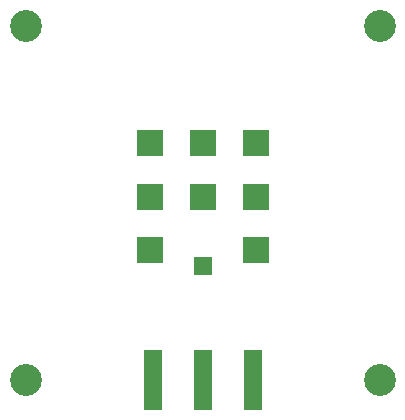
<source format=gbr>
%TF.GenerationSoftware,KiCad,Pcbnew,8.0.3*%
%TF.CreationDate,2024-10-28T17:10:34-04:00*%
%TF.ProjectId,PatchAntennaBreakout,50617463-6841-46e7-9465-6e6e61427265,rev?*%
%TF.SameCoordinates,Original*%
%TF.FileFunction,Soldermask,Top*%
%TF.FilePolarity,Negative*%
%FSLAX46Y46*%
G04 Gerber Fmt 4.6, Leading zero omitted, Abs format (unit mm)*
G04 Created by KiCad (PCBNEW 8.0.3) date 2024-10-28 17:10:34*
%MOMM*%
%LPD*%
G01*
G04 APERTURE LIST*
%ADD10C,2.700000*%
%ADD11R,1.500000X5.080000*%
%ADD12R,1.500000X1.500000*%
%ADD13R,2.300000X2.300000*%
G04 APERTURE END LIST*
D10*
%TO.C,H4*%
X152000000Y-101000000D03*
%TD*%
%TO.C,H2*%
X152000000Y-71000000D03*
%TD*%
D11*
%TO.C,J1*%
X137000000Y-101000000D03*
X141250000Y-101000000D03*
X132750000Y-101000000D03*
%TD*%
D10*
%TO.C,H1*%
X122000000Y-71000000D03*
%TD*%
%TO.C,H3*%
X122000000Y-101000000D03*
%TD*%
D12*
%TO.C,AE1*%
X137000000Y-91365000D03*
D13*
X132500000Y-89965000D03*
X141500000Y-89965000D03*
X132500000Y-85465000D03*
X137000000Y-85465000D03*
X141500000Y-85465000D03*
X132500000Y-80965000D03*
X137000000Y-80965000D03*
X141500000Y-80965000D03*
%TD*%
M02*

</source>
